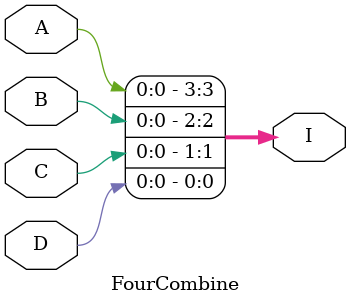
<source format=v>
module FourCombine(input wire A, input wire B, input wire C, input wire D, output wire [3:0] I);
    assign I[3] = A;
    assign I[2] = B;
    assign I[1] = C;
    assign I[0] = D;
endmodule
</source>
